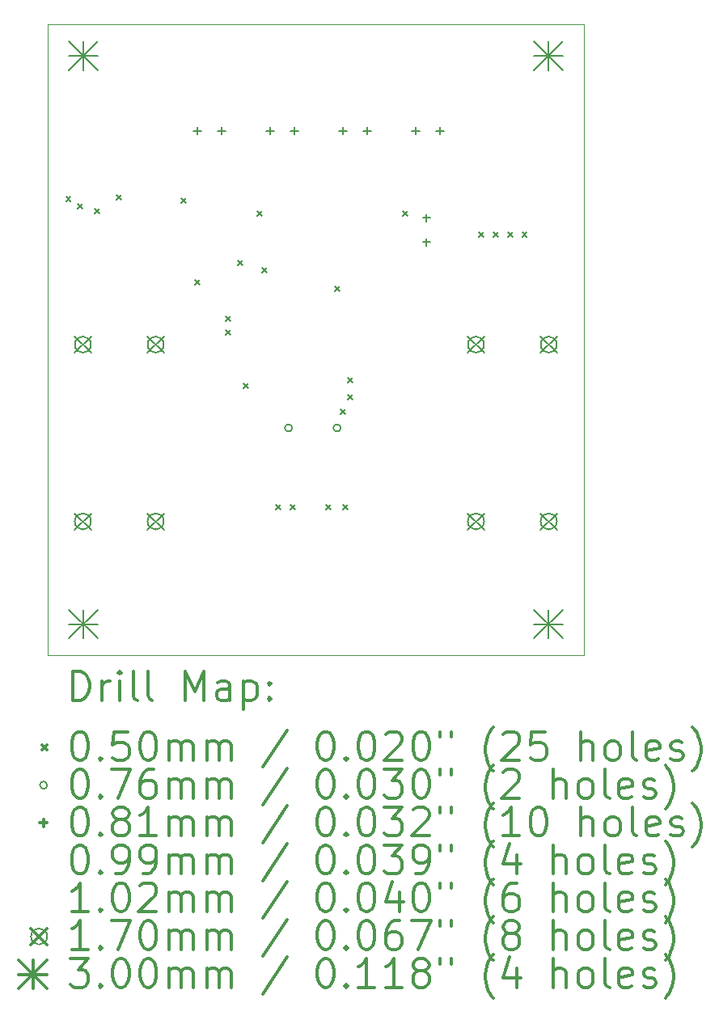
<source format=gbr>
%FSLAX45Y45*%
G04 Gerber Fmt 4.5, Leading zero omitted, Abs format (unit mm)*
G04 Created by KiCad (PCBNEW (2014-09-18 BZR 5141)-product) date Mon 13 Oct 2014 02:33:30 PM EEST*
%MOMM*%
G01*
G04 APERTURE LIST*
%ADD10C,0.127000*%
%ADD11C,0.100000*%
%ADD12C,0.200000*%
%ADD13C,0.300000*%
G04 APERTURE END LIST*
D10*
D11*
X8909000Y-6700000D02*
X8909000Y-13300000D01*
X14522500Y-6700000D02*
X8909000Y-6700000D01*
X14522500Y-13300000D02*
X14522500Y-6700000D01*
X8909000Y-13300000D02*
X14522500Y-13300000D01*
D12*
X9100000Y-8500000D02*
X9150000Y-8550000D01*
X9150000Y-8500000D02*
X9100000Y-8550000D01*
X9225000Y-8575000D02*
X9275000Y-8625000D01*
X9275000Y-8575000D02*
X9225000Y-8625000D01*
X9400000Y-8625000D02*
X9450000Y-8675000D01*
X9450000Y-8625000D02*
X9400000Y-8675000D01*
X9627000Y-8484000D02*
X9677000Y-8534000D01*
X9677000Y-8484000D02*
X9627000Y-8534000D01*
X10304042Y-8520958D02*
X10354042Y-8570958D01*
X10354042Y-8520958D02*
X10304042Y-8570958D01*
X10450000Y-9375000D02*
X10500000Y-9425000D01*
X10500000Y-9375000D02*
X10450000Y-9425000D01*
X10775000Y-9750000D02*
X10825000Y-9800000D01*
X10825000Y-9750000D02*
X10775000Y-9800000D01*
X10775000Y-9900000D02*
X10825000Y-9950000D01*
X10825000Y-9900000D02*
X10775000Y-9950000D01*
X10897000Y-9169800D02*
X10947000Y-9219800D01*
X10947000Y-9169800D02*
X10897000Y-9219800D01*
X10960500Y-10452500D02*
X11010500Y-10502500D01*
X11010500Y-10452500D02*
X10960500Y-10502500D01*
X11100000Y-8650000D02*
X11150000Y-8700000D01*
X11150000Y-8650000D02*
X11100000Y-8700000D01*
X11151000Y-9246000D02*
X11201000Y-9296000D01*
X11201000Y-9246000D02*
X11151000Y-9296000D01*
X11300000Y-11725000D02*
X11350000Y-11775000D01*
X11350000Y-11725000D02*
X11300000Y-11775000D01*
X11450000Y-11725000D02*
X11500000Y-11775000D01*
X11500000Y-11725000D02*
X11450000Y-11775000D01*
X11825000Y-11725000D02*
X11875000Y-11775000D01*
X11875000Y-11725000D02*
X11825000Y-11775000D01*
X11913000Y-9436500D02*
X11963000Y-9486500D01*
X11963000Y-9436500D02*
X11913000Y-9486500D01*
X11975000Y-10725000D02*
X12025000Y-10775000D01*
X12025000Y-10725000D02*
X11975000Y-10775000D01*
X12000000Y-11725000D02*
X12050000Y-11775000D01*
X12050000Y-11725000D02*
X12000000Y-11775000D01*
X12050000Y-10400000D02*
X12100000Y-10450000D01*
X12100000Y-10400000D02*
X12050000Y-10450000D01*
X12050000Y-10575000D02*
X12100000Y-10625000D01*
X12100000Y-10575000D02*
X12050000Y-10625000D01*
X12625000Y-8650000D02*
X12675000Y-8700000D01*
X12675000Y-8650000D02*
X12625000Y-8700000D01*
X13425000Y-8875000D02*
X13475000Y-8925000D01*
X13475000Y-8875000D02*
X13425000Y-8925000D01*
X13575000Y-8875000D02*
X13625000Y-8925000D01*
X13625000Y-8875000D02*
X13575000Y-8925000D01*
X13725000Y-8875000D02*
X13775000Y-8925000D01*
X13775000Y-8875000D02*
X13725000Y-8925000D01*
X13875000Y-8875000D02*
X13925000Y-8925000D01*
X13925000Y-8875000D02*
X13875000Y-8925000D01*
X11468100Y-10922000D02*
G75*
G03X11468100Y-10922000I-38100J0D01*
G74*
G01*
X11976100Y-10922000D02*
G75*
G03X11976100Y-10922000I-38100J0D01*
G74*
G01*
X10477500Y-7769860D02*
X10477500Y-7851140D01*
X10436860Y-7810500D02*
X10518140Y-7810500D01*
X10731500Y-7769860D02*
X10731500Y-7851140D01*
X10690860Y-7810500D02*
X10772140Y-7810500D01*
X11239500Y-7769860D02*
X11239500Y-7851140D01*
X11198860Y-7810500D02*
X11280140Y-7810500D01*
X11493500Y-7769860D02*
X11493500Y-7851140D01*
X11452860Y-7810500D02*
X11534140Y-7810500D01*
X12001500Y-7769860D02*
X12001500Y-7851140D01*
X11960860Y-7810500D02*
X12042140Y-7810500D01*
X12255500Y-7769860D02*
X12255500Y-7851140D01*
X12214860Y-7810500D02*
X12296140Y-7810500D01*
X12763500Y-7769860D02*
X12763500Y-7851140D01*
X12722860Y-7810500D02*
X12804140Y-7810500D01*
X12875000Y-8682360D02*
X12875000Y-8763640D01*
X12834360Y-8723000D02*
X12915640Y-8723000D01*
X12875000Y-8936360D02*
X12875000Y-9017640D01*
X12834360Y-8977000D02*
X12915640Y-8977000D01*
X13017500Y-7769860D02*
X13017500Y-7851140D01*
X12976860Y-7810500D02*
X13058140Y-7810500D01*
X9192250Y-9965000D02*
X9362250Y-10135000D01*
X9362250Y-9965000D02*
X9192250Y-10135000D01*
X9362250Y-10050000D02*
G75*
G03X9362250Y-10050000I-85000J0D01*
G74*
G01*
X9192250Y-11815000D02*
X9362250Y-11985000D01*
X9362250Y-11815000D02*
X9192250Y-11985000D01*
X9362250Y-11900000D02*
G75*
G03X9362250Y-11900000I-85000J0D01*
G74*
G01*
X9954250Y-9965000D02*
X10124250Y-10135000D01*
X10124250Y-9965000D02*
X9954250Y-10135000D01*
X10124250Y-10050000D02*
G75*
G03X10124250Y-10050000I-85000J0D01*
G74*
G01*
X9954250Y-11815000D02*
X10124250Y-11985000D01*
X10124250Y-11815000D02*
X9954250Y-11985000D01*
X10124250Y-11900000D02*
G75*
G03X10124250Y-11900000I-85000J0D01*
G74*
G01*
X13307250Y-9965000D02*
X13477250Y-10135000D01*
X13477250Y-9965000D02*
X13307250Y-10135000D01*
X13477250Y-10050000D02*
G75*
G03X13477250Y-10050000I-85000J0D01*
G74*
G01*
X13307250Y-11815000D02*
X13477250Y-11985000D01*
X13477250Y-11815000D02*
X13307250Y-11985000D01*
X13477250Y-11900000D02*
G75*
G03X13477250Y-11900000I-85000J0D01*
G74*
G01*
X14069250Y-9965000D02*
X14239250Y-10135000D01*
X14239250Y-9965000D02*
X14069250Y-10135000D01*
X14239250Y-10050000D02*
G75*
G03X14239250Y-10050000I-85000J0D01*
G74*
G01*
X14069250Y-11815000D02*
X14239250Y-11985000D01*
X14239250Y-11815000D02*
X14069250Y-11985000D01*
X14239250Y-11900000D02*
G75*
G03X14239250Y-11900000I-85000J0D01*
G74*
G01*
X9130000Y-6875000D02*
X9430000Y-7175000D01*
X9430000Y-6875000D02*
X9130000Y-7175000D01*
X9280000Y-6875000D02*
X9280000Y-7175000D01*
X9130000Y-7025000D02*
X9430000Y-7025000D01*
X9130000Y-12825000D02*
X9430000Y-13125000D01*
X9430000Y-12825000D02*
X9130000Y-13125000D01*
X9280000Y-12825000D02*
X9280000Y-13125000D01*
X9130000Y-12975000D02*
X9430000Y-12975000D01*
X14000000Y-6875000D02*
X14300000Y-7175000D01*
X14300000Y-6875000D02*
X14000000Y-7175000D01*
X14150000Y-6875000D02*
X14150000Y-7175000D01*
X14000000Y-7025000D02*
X14300000Y-7025000D01*
X14000000Y-12825000D02*
X14300000Y-13125000D01*
X14300000Y-12825000D02*
X14000000Y-13125000D01*
X14150000Y-12825000D02*
X14150000Y-13125000D01*
X14000000Y-12975000D02*
X14300000Y-12975000D01*
D13*
X9175429Y-13770714D02*
X9175429Y-13470714D01*
X9246857Y-13470714D01*
X9289714Y-13485000D01*
X9318286Y-13513571D01*
X9332571Y-13542143D01*
X9346857Y-13599286D01*
X9346857Y-13642143D01*
X9332571Y-13699286D01*
X9318286Y-13727857D01*
X9289714Y-13756429D01*
X9246857Y-13770714D01*
X9175429Y-13770714D01*
X9475429Y-13770714D02*
X9475429Y-13570714D01*
X9475429Y-13627857D02*
X9489714Y-13599286D01*
X9504000Y-13585000D01*
X9532571Y-13570714D01*
X9561143Y-13570714D01*
X9661143Y-13770714D02*
X9661143Y-13570714D01*
X9661143Y-13470714D02*
X9646857Y-13485000D01*
X9661143Y-13499286D01*
X9675429Y-13485000D01*
X9661143Y-13470714D01*
X9661143Y-13499286D01*
X9846857Y-13770714D02*
X9818286Y-13756429D01*
X9804000Y-13727857D01*
X9804000Y-13470714D01*
X10004000Y-13770714D02*
X9975429Y-13756429D01*
X9961143Y-13727857D01*
X9961143Y-13470714D01*
X10346857Y-13770714D02*
X10346857Y-13470714D01*
X10446857Y-13685000D01*
X10546857Y-13470714D01*
X10546857Y-13770714D01*
X10818286Y-13770714D02*
X10818286Y-13613571D01*
X10804000Y-13585000D01*
X10775429Y-13570714D01*
X10718286Y-13570714D01*
X10689714Y-13585000D01*
X10818286Y-13756429D02*
X10789714Y-13770714D01*
X10718286Y-13770714D01*
X10689714Y-13756429D01*
X10675429Y-13727857D01*
X10675429Y-13699286D01*
X10689714Y-13670714D01*
X10718286Y-13656429D01*
X10789714Y-13656429D01*
X10818286Y-13642143D01*
X10961143Y-13570714D02*
X10961143Y-13870714D01*
X10961143Y-13585000D02*
X10989714Y-13570714D01*
X11046857Y-13570714D01*
X11075429Y-13585000D01*
X11089714Y-13599286D01*
X11104000Y-13627857D01*
X11104000Y-13713571D01*
X11089714Y-13742143D01*
X11075429Y-13756429D01*
X11046857Y-13770714D01*
X10989714Y-13770714D01*
X10961143Y-13756429D01*
X11232571Y-13742143D02*
X11246857Y-13756429D01*
X11232571Y-13770714D01*
X11218286Y-13756429D01*
X11232571Y-13742143D01*
X11232571Y-13770714D01*
X11232571Y-13585000D02*
X11246857Y-13599286D01*
X11232571Y-13613571D01*
X11218286Y-13599286D01*
X11232571Y-13585000D01*
X11232571Y-13613571D01*
X8854000Y-14240000D02*
X8904000Y-14290000D01*
X8904000Y-14240000D02*
X8854000Y-14290000D01*
X9232571Y-14100714D02*
X9261143Y-14100714D01*
X9289714Y-14115000D01*
X9304000Y-14129286D01*
X9318286Y-14157857D01*
X9332571Y-14215000D01*
X9332571Y-14286429D01*
X9318286Y-14343571D01*
X9304000Y-14372143D01*
X9289714Y-14386429D01*
X9261143Y-14400714D01*
X9232571Y-14400714D01*
X9204000Y-14386429D01*
X9189714Y-14372143D01*
X9175429Y-14343571D01*
X9161143Y-14286429D01*
X9161143Y-14215000D01*
X9175429Y-14157857D01*
X9189714Y-14129286D01*
X9204000Y-14115000D01*
X9232571Y-14100714D01*
X9461143Y-14372143D02*
X9475429Y-14386429D01*
X9461143Y-14400714D01*
X9446857Y-14386429D01*
X9461143Y-14372143D01*
X9461143Y-14400714D01*
X9746857Y-14100714D02*
X9604000Y-14100714D01*
X9589714Y-14243571D01*
X9604000Y-14229286D01*
X9632571Y-14215000D01*
X9704000Y-14215000D01*
X9732571Y-14229286D01*
X9746857Y-14243571D01*
X9761143Y-14272143D01*
X9761143Y-14343571D01*
X9746857Y-14372143D01*
X9732571Y-14386429D01*
X9704000Y-14400714D01*
X9632571Y-14400714D01*
X9604000Y-14386429D01*
X9589714Y-14372143D01*
X9946857Y-14100714D02*
X9975429Y-14100714D01*
X10004000Y-14115000D01*
X10018286Y-14129286D01*
X10032571Y-14157857D01*
X10046857Y-14215000D01*
X10046857Y-14286429D01*
X10032571Y-14343571D01*
X10018286Y-14372143D01*
X10004000Y-14386429D01*
X9975429Y-14400714D01*
X9946857Y-14400714D01*
X9918286Y-14386429D01*
X9904000Y-14372143D01*
X9889714Y-14343571D01*
X9875429Y-14286429D01*
X9875429Y-14215000D01*
X9889714Y-14157857D01*
X9904000Y-14129286D01*
X9918286Y-14115000D01*
X9946857Y-14100714D01*
X10175429Y-14400714D02*
X10175429Y-14200714D01*
X10175429Y-14229286D02*
X10189714Y-14215000D01*
X10218286Y-14200714D01*
X10261143Y-14200714D01*
X10289714Y-14215000D01*
X10304000Y-14243571D01*
X10304000Y-14400714D01*
X10304000Y-14243571D02*
X10318286Y-14215000D01*
X10346857Y-14200714D01*
X10389714Y-14200714D01*
X10418286Y-14215000D01*
X10432571Y-14243571D01*
X10432571Y-14400714D01*
X10575429Y-14400714D02*
X10575429Y-14200714D01*
X10575429Y-14229286D02*
X10589714Y-14215000D01*
X10618286Y-14200714D01*
X10661143Y-14200714D01*
X10689714Y-14215000D01*
X10704000Y-14243571D01*
X10704000Y-14400714D01*
X10704000Y-14243571D02*
X10718286Y-14215000D01*
X10746857Y-14200714D01*
X10789714Y-14200714D01*
X10818286Y-14215000D01*
X10832571Y-14243571D01*
X10832571Y-14400714D01*
X11418286Y-14086429D02*
X11161143Y-14472143D01*
X11804000Y-14100714D02*
X11832571Y-14100714D01*
X11861143Y-14115000D01*
X11875428Y-14129286D01*
X11889714Y-14157857D01*
X11904000Y-14215000D01*
X11904000Y-14286429D01*
X11889714Y-14343571D01*
X11875428Y-14372143D01*
X11861143Y-14386429D01*
X11832571Y-14400714D01*
X11804000Y-14400714D01*
X11775428Y-14386429D01*
X11761143Y-14372143D01*
X11746857Y-14343571D01*
X11732571Y-14286429D01*
X11732571Y-14215000D01*
X11746857Y-14157857D01*
X11761143Y-14129286D01*
X11775428Y-14115000D01*
X11804000Y-14100714D01*
X12032571Y-14372143D02*
X12046857Y-14386429D01*
X12032571Y-14400714D01*
X12018286Y-14386429D01*
X12032571Y-14372143D01*
X12032571Y-14400714D01*
X12232571Y-14100714D02*
X12261143Y-14100714D01*
X12289714Y-14115000D01*
X12304000Y-14129286D01*
X12318285Y-14157857D01*
X12332571Y-14215000D01*
X12332571Y-14286429D01*
X12318285Y-14343571D01*
X12304000Y-14372143D01*
X12289714Y-14386429D01*
X12261143Y-14400714D01*
X12232571Y-14400714D01*
X12204000Y-14386429D01*
X12189714Y-14372143D01*
X12175428Y-14343571D01*
X12161143Y-14286429D01*
X12161143Y-14215000D01*
X12175428Y-14157857D01*
X12189714Y-14129286D01*
X12204000Y-14115000D01*
X12232571Y-14100714D01*
X12446857Y-14129286D02*
X12461143Y-14115000D01*
X12489714Y-14100714D01*
X12561143Y-14100714D01*
X12589714Y-14115000D01*
X12604000Y-14129286D01*
X12618285Y-14157857D01*
X12618285Y-14186429D01*
X12604000Y-14229286D01*
X12432571Y-14400714D01*
X12618285Y-14400714D01*
X12804000Y-14100714D02*
X12832571Y-14100714D01*
X12861143Y-14115000D01*
X12875428Y-14129286D01*
X12889714Y-14157857D01*
X12904000Y-14215000D01*
X12904000Y-14286429D01*
X12889714Y-14343571D01*
X12875428Y-14372143D01*
X12861143Y-14386429D01*
X12832571Y-14400714D01*
X12804000Y-14400714D01*
X12775428Y-14386429D01*
X12761143Y-14372143D01*
X12746857Y-14343571D01*
X12732571Y-14286429D01*
X12732571Y-14215000D01*
X12746857Y-14157857D01*
X12761143Y-14129286D01*
X12775428Y-14115000D01*
X12804000Y-14100714D01*
X13018286Y-14100714D02*
X13018286Y-14157857D01*
X13132571Y-14100714D02*
X13132571Y-14157857D01*
X13575428Y-14515000D02*
X13561143Y-14500714D01*
X13532571Y-14457857D01*
X13518285Y-14429286D01*
X13504000Y-14386429D01*
X13489714Y-14315000D01*
X13489714Y-14257857D01*
X13504000Y-14186429D01*
X13518285Y-14143571D01*
X13532571Y-14115000D01*
X13561143Y-14072143D01*
X13575428Y-14057857D01*
X13675428Y-14129286D02*
X13689714Y-14115000D01*
X13718285Y-14100714D01*
X13789714Y-14100714D01*
X13818285Y-14115000D01*
X13832571Y-14129286D01*
X13846857Y-14157857D01*
X13846857Y-14186429D01*
X13832571Y-14229286D01*
X13661143Y-14400714D01*
X13846857Y-14400714D01*
X14118285Y-14100714D02*
X13975428Y-14100714D01*
X13961143Y-14243571D01*
X13975428Y-14229286D01*
X14004000Y-14215000D01*
X14075428Y-14215000D01*
X14104000Y-14229286D01*
X14118285Y-14243571D01*
X14132571Y-14272143D01*
X14132571Y-14343571D01*
X14118285Y-14372143D01*
X14104000Y-14386429D01*
X14075428Y-14400714D01*
X14004000Y-14400714D01*
X13975428Y-14386429D01*
X13961143Y-14372143D01*
X14489714Y-14400714D02*
X14489714Y-14100714D01*
X14618285Y-14400714D02*
X14618285Y-14243571D01*
X14604000Y-14215000D01*
X14575428Y-14200714D01*
X14532571Y-14200714D01*
X14504000Y-14215000D01*
X14489714Y-14229286D01*
X14804000Y-14400714D02*
X14775428Y-14386429D01*
X14761143Y-14372143D01*
X14746857Y-14343571D01*
X14746857Y-14257857D01*
X14761143Y-14229286D01*
X14775428Y-14215000D01*
X14804000Y-14200714D01*
X14846857Y-14200714D01*
X14875428Y-14215000D01*
X14889714Y-14229286D01*
X14904000Y-14257857D01*
X14904000Y-14343571D01*
X14889714Y-14372143D01*
X14875428Y-14386429D01*
X14846857Y-14400714D01*
X14804000Y-14400714D01*
X15075428Y-14400714D02*
X15046857Y-14386429D01*
X15032571Y-14357857D01*
X15032571Y-14100714D01*
X15304000Y-14386429D02*
X15275428Y-14400714D01*
X15218286Y-14400714D01*
X15189714Y-14386429D01*
X15175428Y-14357857D01*
X15175428Y-14243571D01*
X15189714Y-14215000D01*
X15218286Y-14200714D01*
X15275428Y-14200714D01*
X15304000Y-14215000D01*
X15318286Y-14243571D01*
X15318286Y-14272143D01*
X15175428Y-14300714D01*
X15432571Y-14386429D02*
X15461143Y-14400714D01*
X15518286Y-14400714D01*
X15546857Y-14386429D01*
X15561143Y-14357857D01*
X15561143Y-14343571D01*
X15546857Y-14315000D01*
X15518286Y-14300714D01*
X15475428Y-14300714D01*
X15446857Y-14286429D01*
X15432571Y-14257857D01*
X15432571Y-14243571D01*
X15446857Y-14215000D01*
X15475428Y-14200714D01*
X15518286Y-14200714D01*
X15546857Y-14215000D01*
X15661143Y-14515000D02*
X15675428Y-14500714D01*
X15704000Y-14457857D01*
X15718286Y-14429286D01*
X15732571Y-14386429D01*
X15746857Y-14315000D01*
X15746857Y-14257857D01*
X15732571Y-14186429D01*
X15718286Y-14143571D01*
X15704000Y-14115000D01*
X15675428Y-14072143D01*
X15661143Y-14057857D01*
D12*
X8904000Y-14661000D02*
G75*
G03X8904000Y-14661000I-38100J0D01*
G74*
G01*
D13*
X9232571Y-14496714D02*
X9261143Y-14496714D01*
X9289714Y-14511000D01*
X9304000Y-14525286D01*
X9318286Y-14553857D01*
X9332571Y-14611000D01*
X9332571Y-14682429D01*
X9318286Y-14739571D01*
X9304000Y-14768143D01*
X9289714Y-14782429D01*
X9261143Y-14796714D01*
X9232571Y-14796714D01*
X9204000Y-14782429D01*
X9189714Y-14768143D01*
X9175429Y-14739571D01*
X9161143Y-14682429D01*
X9161143Y-14611000D01*
X9175429Y-14553857D01*
X9189714Y-14525286D01*
X9204000Y-14511000D01*
X9232571Y-14496714D01*
X9461143Y-14768143D02*
X9475429Y-14782429D01*
X9461143Y-14796714D01*
X9446857Y-14782429D01*
X9461143Y-14768143D01*
X9461143Y-14796714D01*
X9575428Y-14496714D02*
X9775428Y-14496714D01*
X9646857Y-14796714D01*
X10018286Y-14496714D02*
X9961143Y-14496714D01*
X9932571Y-14511000D01*
X9918286Y-14525286D01*
X9889714Y-14568143D01*
X9875429Y-14625286D01*
X9875429Y-14739571D01*
X9889714Y-14768143D01*
X9904000Y-14782429D01*
X9932571Y-14796714D01*
X9989714Y-14796714D01*
X10018286Y-14782429D01*
X10032571Y-14768143D01*
X10046857Y-14739571D01*
X10046857Y-14668143D01*
X10032571Y-14639571D01*
X10018286Y-14625286D01*
X9989714Y-14611000D01*
X9932571Y-14611000D01*
X9904000Y-14625286D01*
X9889714Y-14639571D01*
X9875429Y-14668143D01*
X10175429Y-14796714D02*
X10175429Y-14596714D01*
X10175429Y-14625286D02*
X10189714Y-14611000D01*
X10218286Y-14596714D01*
X10261143Y-14596714D01*
X10289714Y-14611000D01*
X10304000Y-14639571D01*
X10304000Y-14796714D01*
X10304000Y-14639571D02*
X10318286Y-14611000D01*
X10346857Y-14596714D01*
X10389714Y-14596714D01*
X10418286Y-14611000D01*
X10432571Y-14639571D01*
X10432571Y-14796714D01*
X10575429Y-14796714D02*
X10575429Y-14596714D01*
X10575429Y-14625286D02*
X10589714Y-14611000D01*
X10618286Y-14596714D01*
X10661143Y-14596714D01*
X10689714Y-14611000D01*
X10704000Y-14639571D01*
X10704000Y-14796714D01*
X10704000Y-14639571D02*
X10718286Y-14611000D01*
X10746857Y-14596714D01*
X10789714Y-14596714D01*
X10818286Y-14611000D01*
X10832571Y-14639571D01*
X10832571Y-14796714D01*
X11418286Y-14482429D02*
X11161143Y-14868143D01*
X11804000Y-14496714D02*
X11832571Y-14496714D01*
X11861143Y-14511000D01*
X11875428Y-14525286D01*
X11889714Y-14553857D01*
X11904000Y-14611000D01*
X11904000Y-14682429D01*
X11889714Y-14739571D01*
X11875428Y-14768143D01*
X11861143Y-14782429D01*
X11832571Y-14796714D01*
X11804000Y-14796714D01*
X11775428Y-14782429D01*
X11761143Y-14768143D01*
X11746857Y-14739571D01*
X11732571Y-14682429D01*
X11732571Y-14611000D01*
X11746857Y-14553857D01*
X11761143Y-14525286D01*
X11775428Y-14511000D01*
X11804000Y-14496714D01*
X12032571Y-14768143D02*
X12046857Y-14782429D01*
X12032571Y-14796714D01*
X12018286Y-14782429D01*
X12032571Y-14768143D01*
X12032571Y-14796714D01*
X12232571Y-14496714D02*
X12261143Y-14496714D01*
X12289714Y-14511000D01*
X12304000Y-14525286D01*
X12318285Y-14553857D01*
X12332571Y-14611000D01*
X12332571Y-14682429D01*
X12318285Y-14739571D01*
X12304000Y-14768143D01*
X12289714Y-14782429D01*
X12261143Y-14796714D01*
X12232571Y-14796714D01*
X12204000Y-14782429D01*
X12189714Y-14768143D01*
X12175428Y-14739571D01*
X12161143Y-14682429D01*
X12161143Y-14611000D01*
X12175428Y-14553857D01*
X12189714Y-14525286D01*
X12204000Y-14511000D01*
X12232571Y-14496714D01*
X12432571Y-14496714D02*
X12618285Y-14496714D01*
X12518285Y-14611000D01*
X12561143Y-14611000D01*
X12589714Y-14625286D01*
X12604000Y-14639571D01*
X12618285Y-14668143D01*
X12618285Y-14739571D01*
X12604000Y-14768143D01*
X12589714Y-14782429D01*
X12561143Y-14796714D01*
X12475428Y-14796714D01*
X12446857Y-14782429D01*
X12432571Y-14768143D01*
X12804000Y-14496714D02*
X12832571Y-14496714D01*
X12861143Y-14511000D01*
X12875428Y-14525286D01*
X12889714Y-14553857D01*
X12904000Y-14611000D01*
X12904000Y-14682429D01*
X12889714Y-14739571D01*
X12875428Y-14768143D01*
X12861143Y-14782429D01*
X12832571Y-14796714D01*
X12804000Y-14796714D01*
X12775428Y-14782429D01*
X12761143Y-14768143D01*
X12746857Y-14739571D01*
X12732571Y-14682429D01*
X12732571Y-14611000D01*
X12746857Y-14553857D01*
X12761143Y-14525286D01*
X12775428Y-14511000D01*
X12804000Y-14496714D01*
X13018286Y-14496714D02*
X13018286Y-14553857D01*
X13132571Y-14496714D02*
X13132571Y-14553857D01*
X13575428Y-14911000D02*
X13561143Y-14896714D01*
X13532571Y-14853857D01*
X13518285Y-14825286D01*
X13504000Y-14782429D01*
X13489714Y-14711000D01*
X13489714Y-14653857D01*
X13504000Y-14582429D01*
X13518285Y-14539571D01*
X13532571Y-14511000D01*
X13561143Y-14468143D01*
X13575428Y-14453857D01*
X13675428Y-14525286D02*
X13689714Y-14511000D01*
X13718285Y-14496714D01*
X13789714Y-14496714D01*
X13818285Y-14511000D01*
X13832571Y-14525286D01*
X13846857Y-14553857D01*
X13846857Y-14582429D01*
X13832571Y-14625286D01*
X13661143Y-14796714D01*
X13846857Y-14796714D01*
X14204000Y-14796714D02*
X14204000Y-14496714D01*
X14332571Y-14796714D02*
X14332571Y-14639571D01*
X14318285Y-14611000D01*
X14289714Y-14596714D01*
X14246857Y-14596714D01*
X14218285Y-14611000D01*
X14204000Y-14625286D01*
X14518285Y-14796714D02*
X14489714Y-14782429D01*
X14475428Y-14768143D01*
X14461143Y-14739571D01*
X14461143Y-14653857D01*
X14475428Y-14625286D01*
X14489714Y-14611000D01*
X14518285Y-14596714D01*
X14561143Y-14596714D01*
X14589714Y-14611000D01*
X14604000Y-14625286D01*
X14618285Y-14653857D01*
X14618285Y-14739571D01*
X14604000Y-14768143D01*
X14589714Y-14782429D01*
X14561143Y-14796714D01*
X14518285Y-14796714D01*
X14789714Y-14796714D02*
X14761143Y-14782429D01*
X14746857Y-14753857D01*
X14746857Y-14496714D01*
X15018286Y-14782429D02*
X14989714Y-14796714D01*
X14932571Y-14796714D01*
X14904000Y-14782429D01*
X14889714Y-14753857D01*
X14889714Y-14639571D01*
X14904000Y-14611000D01*
X14932571Y-14596714D01*
X14989714Y-14596714D01*
X15018286Y-14611000D01*
X15032571Y-14639571D01*
X15032571Y-14668143D01*
X14889714Y-14696714D01*
X15146857Y-14782429D02*
X15175428Y-14796714D01*
X15232571Y-14796714D01*
X15261143Y-14782429D01*
X15275428Y-14753857D01*
X15275428Y-14739571D01*
X15261143Y-14711000D01*
X15232571Y-14696714D01*
X15189714Y-14696714D01*
X15161143Y-14682429D01*
X15146857Y-14653857D01*
X15146857Y-14639571D01*
X15161143Y-14611000D01*
X15189714Y-14596714D01*
X15232571Y-14596714D01*
X15261143Y-14611000D01*
X15375428Y-14911000D02*
X15389714Y-14896714D01*
X15418286Y-14853857D01*
X15432571Y-14825286D01*
X15446857Y-14782429D01*
X15461143Y-14711000D01*
X15461143Y-14653857D01*
X15446857Y-14582429D01*
X15432571Y-14539571D01*
X15418286Y-14511000D01*
X15389714Y-14468143D01*
X15375428Y-14453857D01*
X8863360Y-15016360D02*
X8863360Y-15097640D01*
X8822720Y-15057000D02*
X8904000Y-15057000D01*
X9232571Y-14892714D02*
X9261143Y-14892714D01*
X9289714Y-14907000D01*
X9304000Y-14921286D01*
X9318286Y-14949857D01*
X9332571Y-15007000D01*
X9332571Y-15078429D01*
X9318286Y-15135571D01*
X9304000Y-15164143D01*
X9289714Y-15178429D01*
X9261143Y-15192714D01*
X9232571Y-15192714D01*
X9204000Y-15178429D01*
X9189714Y-15164143D01*
X9175429Y-15135571D01*
X9161143Y-15078429D01*
X9161143Y-15007000D01*
X9175429Y-14949857D01*
X9189714Y-14921286D01*
X9204000Y-14907000D01*
X9232571Y-14892714D01*
X9461143Y-15164143D02*
X9475429Y-15178429D01*
X9461143Y-15192714D01*
X9446857Y-15178429D01*
X9461143Y-15164143D01*
X9461143Y-15192714D01*
X9646857Y-15021286D02*
X9618286Y-15007000D01*
X9604000Y-14992714D01*
X9589714Y-14964143D01*
X9589714Y-14949857D01*
X9604000Y-14921286D01*
X9618286Y-14907000D01*
X9646857Y-14892714D01*
X9704000Y-14892714D01*
X9732571Y-14907000D01*
X9746857Y-14921286D01*
X9761143Y-14949857D01*
X9761143Y-14964143D01*
X9746857Y-14992714D01*
X9732571Y-15007000D01*
X9704000Y-15021286D01*
X9646857Y-15021286D01*
X9618286Y-15035571D01*
X9604000Y-15049857D01*
X9589714Y-15078429D01*
X9589714Y-15135571D01*
X9604000Y-15164143D01*
X9618286Y-15178429D01*
X9646857Y-15192714D01*
X9704000Y-15192714D01*
X9732571Y-15178429D01*
X9746857Y-15164143D01*
X9761143Y-15135571D01*
X9761143Y-15078429D01*
X9746857Y-15049857D01*
X9732571Y-15035571D01*
X9704000Y-15021286D01*
X10046857Y-15192714D02*
X9875429Y-15192714D01*
X9961143Y-15192714D02*
X9961143Y-14892714D01*
X9932571Y-14935571D01*
X9904000Y-14964143D01*
X9875429Y-14978429D01*
X10175429Y-15192714D02*
X10175429Y-14992714D01*
X10175429Y-15021286D02*
X10189714Y-15007000D01*
X10218286Y-14992714D01*
X10261143Y-14992714D01*
X10289714Y-15007000D01*
X10304000Y-15035571D01*
X10304000Y-15192714D01*
X10304000Y-15035571D02*
X10318286Y-15007000D01*
X10346857Y-14992714D01*
X10389714Y-14992714D01*
X10418286Y-15007000D01*
X10432571Y-15035571D01*
X10432571Y-15192714D01*
X10575429Y-15192714D02*
X10575429Y-14992714D01*
X10575429Y-15021286D02*
X10589714Y-15007000D01*
X10618286Y-14992714D01*
X10661143Y-14992714D01*
X10689714Y-15007000D01*
X10704000Y-15035571D01*
X10704000Y-15192714D01*
X10704000Y-15035571D02*
X10718286Y-15007000D01*
X10746857Y-14992714D01*
X10789714Y-14992714D01*
X10818286Y-15007000D01*
X10832571Y-15035571D01*
X10832571Y-15192714D01*
X11418286Y-14878429D02*
X11161143Y-15264143D01*
X11804000Y-14892714D02*
X11832571Y-14892714D01*
X11861143Y-14907000D01*
X11875428Y-14921286D01*
X11889714Y-14949857D01*
X11904000Y-15007000D01*
X11904000Y-15078429D01*
X11889714Y-15135571D01*
X11875428Y-15164143D01*
X11861143Y-15178429D01*
X11832571Y-15192714D01*
X11804000Y-15192714D01*
X11775428Y-15178429D01*
X11761143Y-15164143D01*
X11746857Y-15135571D01*
X11732571Y-15078429D01*
X11732571Y-15007000D01*
X11746857Y-14949857D01*
X11761143Y-14921286D01*
X11775428Y-14907000D01*
X11804000Y-14892714D01*
X12032571Y-15164143D02*
X12046857Y-15178429D01*
X12032571Y-15192714D01*
X12018286Y-15178429D01*
X12032571Y-15164143D01*
X12032571Y-15192714D01*
X12232571Y-14892714D02*
X12261143Y-14892714D01*
X12289714Y-14907000D01*
X12304000Y-14921286D01*
X12318285Y-14949857D01*
X12332571Y-15007000D01*
X12332571Y-15078429D01*
X12318285Y-15135571D01*
X12304000Y-15164143D01*
X12289714Y-15178429D01*
X12261143Y-15192714D01*
X12232571Y-15192714D01*
X12204000Y-15178429D01*
X12189714Y-15164143D01*
X12175428Y-15135571D01*
X12161143Y-15078429D01*
X12161143Y-15007000D01*
X12175428Y-14949857D01*
X12189714Y-14921286D01*
X12204000Y-14907000D01*
X12232571Y-14892714D01*
X12432571Y-14892714D02*
X12618285Y-14892714D01*
X12518285Y-15007000D01*
X12561143Y-15007000D01*
X12589714Y-15021286D01*
X12604000Y-15035571D01*
X12618285Y-15064143D01*
X12618285Y-15135571D01*
X12604000Y-15164143D01*
X12589714Y-15178429D01*
X12561143Y-15192714D01*
X12475428Y-15192714D01*
X12446857Y-15178429D01*
X12432571Y-15164143D01*
X12732571Y-14921286D02*
X12746857Y-14907000D01*
X12775428Y-14892714D01*
X12846857Y-14892714D01*
X12875428Y-14907000D01*
X12889714Y-14921286D01*
X12904000Y-14949857D01*
X12904000Y-14978429D01*
X12889714Y-15021286D01*
X12718285Y-15192714D01*
X12904000Y-15192714D01*
X13018286Y-14892714D02*
X13018286Y-14949857D01*
X13132571Y-14892714D02*
X13132571Y-14949857D01*
X13575428Y-15307000D02*
X13561143Y-15292714D01*
X13532571Y-15249857D01*
X13518285Y-15221286D01*
X13504000Y-15178429D01*
X13489714Y-15107000D01*
X13489714Y-15049857D01*
X13504000Y-14978429D01*
X13518285Y-14935571D01*
X13532571Y-14907000D01*
X13561143Y-14864143D01*
X13575428Y-14849857D01*
X13846857Y-15192714D02*
X13675428Y-15192714D01*
X13761143Y-15192714D02*
X13761143Y-14892714D01*
X13732571Y-14935571D01*
X13704000Y-14964143D01*
X13675428Y-14978429D01*
X14032571Y-14892714D02*
X14061143Y-14892714D01*
X14089714Y-14907000D01*
X14104000Y-14921286D01*
X14118285Y-14949857D01*
X14132571Y-15007000D01*
X14132571Y-15078429D01*
X14118285Y-15135571D01*
X14104000Y-15164143D01*
X14089714Y-15178429D01*
X14061143Y-15192714D01*
X14032571Y-15192714D01*
X14004000Y-15178429D01*
X13989714Y-15164143D01*
X13975428Y-15135571D01*
X13961143Y-15078429D01*
X13961143Y-15007000D01*
X13975428Y-14949857D01*
X13989714Y-14921286D01*
X14004000Y-14907000D01*
X14032571Y-14892714D01*
X14489714Y-15192714D02*
X14489714Y-14892714D01*
X14618285Y-15192714D02*
X14618285Y-15035571D01*
X14604000Y-15007000D01*
X14575428Y-14992714D01*
X14532571Y-14992714D01*
X14504000Y-15007000D01*
X14489714Y-15021286D01*
X14804000Y-15192714D02*
X14775428Y-15178429D01*
X14761143Y-15164143D01*
X14746857Y-15135571D01*
X14746857Y-15049857D01*
X14761143Y-15021286D01*
X14775428Y-15007000D01*
X14804000Y-14992714D01*
X14846857Y-14992714D01*
X14875428Y-15007000D01*
X14889714Y-15021286D01*
X14904000Y-15049857D01*
X14904000Y-15135571D01*
X14889714Y-15164143D01*
X14875428Y-15178429D01*
X14846857Y-15192714D01*
X14804000Y-15192714D01*
X15075428Y-15192714D02*
X15046857Y-15178429D01*
X15032571Y-15149857D01*
X15032571Y-14892714D01*
X15304000Y-15178429D02*
X15275428Y-15192714D01*
X15218286Y-15192714D01*
X15189714Y-15178429D01*
X15175428Y-15149857D01*
X15175428Y-15035571D01*
X15189714Y-15007000D01*
X15218286Y-14992714D01*
X15275428Y-14992714D01*
X15304000Y-15007000D01*
X15318286Y-15035571D01*
X15318286Y-15064143D01*
X15175428Y-15092714D01*
X15432571Y-15178429D02*
X15461143Y-15192714D01*
X15518286Y-15192714D01*
X15546857Y-15178429D01*
X15561143Y-15149857D01*
X15561143Y-15135571D01*
X15546857Y-15107000D01*
X15518286Y-15092714D01*
X15475428Y-15092714D01*
X15446857Y-15078429D01*
X15432571Y-15049857D01*
X15432571Y-15035571D01*
X15446857Y-15007000D01*
X15475428Y-14992714D01*
X15518286Y-14992714D01*
X15546857Y-15007000D01*
X15661143Y-15307000D02*
X15675428Y-15292714D01*
X15704000Y-15249857D01*
X15718286Y-15221286D01*
X15732571Y-15178429D01*
X15746857Y-15107000D01*
X15746857Y-15049857D01*
X15732571Y-14978429D01*
X15718286Y-14935571D01*
X15704000Y-14907000D01*
X15675428Y-14864143D01*
X15661143Y-14849857D01*
D12*
D13*
X9232571Y-15288714D02*
X9261143Y-15288714D01*
X9289714Y-15303000D01*
X9304000Y-15317286D01*
X9318286Y-15345857D01*
X9332571Y-15403000D01*
X9332571Y-15474429D01*
X9318286Y-15531571D01*
X9304000Y-15560143D01*
X9289714Y-15574429D01*
X9261143Y-15588714D01*
X9232571Y-15588714D01*
X9204000Y-15574429D01*
X9189714Y-15560143D01*
X9175429Y-15531571D01*
X9161143Y-15474429D01*
X9161143Y-15403000D01*
X9175429Y-15345857D01*
X9189714Y-15317286D01*
X9204000Y-15303000D01*
X9232571Y-15288714D01*
X9461143Y-15560143D02*
X9475429Y-15574429D01*
X9461143Y-15588714D01*
X9446857Y-15574429D01*
X9461143Y-15560143D01*
X9461143Y-15588714D01*
X9618286Y-15588714D02*
X9675428Y-15588714D01*
X9704000Y-15574429D01*
X9718286Y-15560143D01*
X9746857Y-15517286D01*
X9761143Y-15460143D01*
X9761143Y-15345857D01*
X9746857Y-15317286D01*
X9732571Y-15303000D01*
X9704000Y-15288714D01*
X9646857Y-15288714D01*
X9618286Y-15303000D01*
X9604000Y-15317286D01*
X9589714Y-15345857D01*
X9589714Y-15417286D01*
X9604000Y-15445857D01*
X9618286Y-15460143D01*
X9646857Y-15474429D01*
X9704000Y-15474429D01*
X9732571Y-15460143D01*
X9746857Y-15445857D01*
X9761143Y-15417286D01*
X9904000Y-15588714D02*
X9961143Y-15588714D01*
X9989714Y-15574429D01*
X10004000Y-15560143D01*
X10032571Y-15517286D01*
X10046857Y-15460143D01*
X10046857Y-15345857D01*
X10032571Y-15317286D01*
X10018286Y-15303000D01*
X9989714Y-15288714D01*
X9932571Y-15288714D01*
X9904000Y-15303000D01*
X9889714Y-15317286D01*
X9875429Y-15345857D01*
X9875429Y-15417286D01*
X9889714Y-15445857D01*
X9904000Y-15460143D01*
X9932571Y-15474429D01*
X9989714Y-15474429D01*
X10018286Y-15460143D01*
X10032571Y-15445857D01*
X10046857Y-15417286D01*
X10175429Y-15588714D02*
X10175429Y-15388714D01*
X10175429Y-15417286D02*
X10189714Y-15403000D01*
X10218286Y-15388714D01*
X10261143Y-15388714D01*
X10289714Y-15403000D01*
X10304000Y-15431571D01*
X10304000Y-15588714D01*
X10304000Y-15431571D02*
X10318286Y-15403000D01*
X10346857Y-15388714D01*
X10389714Y-15388714D01*
X10418286Y-15403000D01*
X10432571Y-15431571D01*
X10432571Y-15588714D01*
X10575429Y-15588714D02*
X10575429Y-15388714D01*
X10575429Y-15417286D02*
X10589714Y-15403000D01*
X10618286Y-15388714D01*
X10661143Y-15388714D01*
X10689714Y-15403000D01*
X10704000Y-15431571D01*
X10704000Y-15588714D01*
X10704000Y-15431571D02*
X10718286Y-15403000D01*
X10746857Y-15388714D01*
X10789714Y-15388714D01*
X10818286Y-15403000D01*
X10832571Y-15431571D01*
X10832571Y-15588714D01*
X11418286Y-15274429D02*
X11161143Y-15660143D01*
X11804000Y-15288714D02*
X11832571Y-15288714D01*
X11861143Y-15303000D01*
X11875428Y-15317286D01*
X11889714Y-15345857D01*
X11904000Y-15403000D01*
X11904000Y-15474429D01*
X11889714Y-15531571D01*
X11875428Y-15560143D01*
X11861143Y-15574429D01*
X11832571Y-15588714D01*
X11804000Y-15588714D01*
X11775428Y-15574429D01*
X11761143Y-15560143D01*
X11746857Y-15531571D01*
X11732571Y-15474429D01*
X11732571Y-15403000D01*
X11746857Y-15345857D01*
X11761143Y-15317286D01*
X11775428Y-15303000D01*
X11804000Y-15288714D01*
X12032571Y-15560143D02*
X12046857Y-15574429D01*
X12032571Y-15588714D01*
X12018286Y-15574429D01*
X12032571Y-15560143D01*
X12032571Y-15588714D01*
X12232571Y-15288714D02*
X12261143Y-15288714D01*
X12289714Y-15303000D01*
X12304000Y-15317286D01*
X12318285Y-15345857D01*
X12332571Y-15403000D01*
X12332571Y-15474429D01*
X12318285Y-15531571D01*
X12304000Y-15560143D01*
X12289714Y-15574429D01*
X12261143Y-15588714D01*
X12232571Y-15588714D01*
X12204000Y-15574429D01*
X12189714Y-15560143D01*
X12175428Y-15531571D01*
X12161143Y-15474429D01*
X12161143Y-15403000D01*
X12175428Y-15345857D01*
X12189714Y-15317286D01*
X12204000Y-15303000D01*
X12232571Y-15288714D01*
X12432571Y-15288714D02*
X12618285Y-15288714D01*
X12518285Y-15403000D01*
X12561143Y-15403000D01*
X12589714Y-15417286D01*
X12604000Y-15431571D01*
X12618285Y-15460143D01*
X12618285Y-15531571D01*
X12604000Y-15560143D01*
X12589714Y-15574429D01*
X12561143Y-15588714D01*
X12475428Y-15588714D01*
X12446857Y-15574429D01*
X12432571Y-15560143D01*
X12761143Y-15588714D02*
X12818285Y-15588714D01*
X12846857Y-15574429D01*
X12861143Y-15560143D01*
X12889714Y-15517286D01*
X12904000Y-15460143D01*
X12904000Y-15345857D01*
X12889714Y-15317286D01*
X12875428Y-15303000D01*
X12846857Y-15288714D01*
X12789714Y-15288714D01*
X12761143Y-15303000D01*
X12746857Y-15317286D01*
X12732571Y-15345857D01*
X12732571Y-15417286D01*
X12746857Y-15445857D01*
X12761143Y-15460143D01*
X12789714Y-15474429D01*
X12846857Y-15474429D01*
X12875428Y-15460143D01*
X12889714Y-15445857D01*
X12904000Y-15417286D01*
X13018286Y-15288714D02*
X13018286Y-15345857D01*
X13132571Y-15288714D02*
X13132571Y-15345857D01*
X13575428Y-15703000D02*
X13561143Y-15688714D01*
X13532571Y-15645857D01*
X13518285Y-15617286D01*
X13504000Y-15574429D01*
X13489714Y-15503000D01*
X13489714Y-15445857D01*
X13504000Y-15374429D01*
X13518285Y-15331571D01*
X13532571Y-15303000D01*
X13561143Y-15260143D01*
X13575428Y-15245857D01*
X13818285Y-15388714D02*
X13818285Y-15588714D01*
X13746857Y-15274429D02*
X13675428Y-15488714D01*
X13861143Y-15488714D01*
X14204000Y-15588714D02*
X14204000Y-15288714D01*
X14332571Y-15588714D02*
X14332571Y-15431571D01*
X14318285Y-15403000D01*
X14289714Y-15388714D01*
X14246857Y-15388714D01*
X14218285Y-15403000D01*
X14204000Y-15417286D01*
X14518285Y-15588714D02*
X14489714Y-15574429D01*
X14475428Y-15560143D01*
X14461143Y-15531571D01*
X14461143Y-15445857D01*
X14475428Y-15417286D01*
X14489714Y-15403000D01*
X14518285Y-15388714D01*
X14561143Y-15388714D01*
X14589714Y-15403000D01*
X14604000Y-15417286D01*
X14618285Y-15445857D01*
X14618285Y-15531571D01*
X14604000Y-15560143D01*
X14589714Y-15574429D01*
X14561143Y-15588714D01*
X14518285Y-15588714D01*
X14789714Y-15588714D02*
X14761143Y-15574429D01*
X14746857Y-15545857D01*
X14746857Y-15288714D01*
X15018286Y-15574429D02*
X14989714Y-15588714D01*
X14932571Y-15588714D01*
X14904000Y-15574429D01*
X14889714Y-15545857D01*
X14889714Y-15431571D01*
X14904000Y-15403000D01*
X14932571Y-15388714D01*
X14989714Y-15388714D01*
X15018286Y-15403000D01*
X15032571Y-15431571D01*
X15032571Y-15460143D01*
X14889714Y-15488714D01*
X15146857Y-15574429D02*
X15175428Y-15588714D01*
X15232571Y-15588714D01*
X15261143Y-15574429D01*
X15275428Y-15545857D01*
X15275428Y-15531571D01*
X15261143Y-15503000D01*
X15232571Y-15488714D01*
X15189714Y-15488714D01*
X15161143Y-15474429D01*
X15146857Y-15445857D01*
X15146857Y-15431571D01*
X15161143Y-15403000D01*
X15189714Y-15388714D01*
X15232571Y-15388714D01*
X15261143Y-15403000D01*
X15375428Y-15703000D02*
X15389714Y-15688714D01*
X15418286Y-15645857D01*
X15432571Y-15617286D01*
X15446857Y-15574429D01*
X15461143Y-15503000D01*
X15461143Y-15445857D01*
X15446857Y-15374429D01*
X15432571Y-15331571D01*
X15418286Y-15303000D01*
X15389714Y-15260143D01*
X15375428Y-15245857D01*
D12*
D13*
X9332571Y-15984714D02*
X9161143Y-15984714D01*
X9246857Y-15984714D02*
X9246857Y-15684714D01*
X9218286Y-15727571D01*
X9189714Y-15756143D01*
X9161143Y-15770429D01*
X9461143Y-15956143D02*
X9475429Y-15970429D01*
X9461143Y-15984714D01*
X9446857Y-15970429D01*
X9461143Y-15956143D01*
X9461143Y-15984714D01*
X9661143Y-15684714D02*
X9689714Y-15684714D01*
X9718286Y-15699000D01*
X9732571Y-15713286D01*
X9746857Y-15741857D01*
X9761143Y-15799000D01*
X9761143Y-15870429D01*
X9746857Y-15927571D01*
X9732571Y-15956143D01*
X9718286Y-15970429D01*
X9689714Y-15984714D01*
X9661143Y-15984714D01*
X9632571Y-15970429D01*
X9618286Y-15956143D01*
X9604000Y-15927571D01*
X9589714Y-15870429D01*
X9589714Y-15799000D01*
X9604000Y-15741857D01*
X9618286Y-15713286D01*
X9632571Y-15699000D01*
X9661143Y-15684714D01*
X9875429Y-15713286D02*
X9889714Y-15699000D01*
X9918286Y-15684714D01*
X9989714Y-15684714D01*
X10018286Y-15699000D01*
X10032571Y-15713286D01*
X10046857Y-15741857D01*
X10046857Y-15770429D01*
X10032571Y-15813286D01*
X9861143Y-15984714D01*
X10046857Y-15984714D01*
X10175429Y-15984714D02*
X10175429Y-15784714D01*
X10175429Y-15813286D02*
X10189714Y-15799000D01*
X10218286Y-15784714D01*
X10261143Y-15784714D01*
X10289714Y-15799000D01*
X10304000Y-15827571D01*
X10304000Y-15984714D01*
X10304000Y-15827571D02*
X10318286Y-15799000D01*
X10346857Y-15784714D01*
X10389714Y-15784714D01*
X10418286Y-15799000D01*
X10432571Y-15827571D01*
X10432571Y-15984714D01*
X10575429Y-15984714D02*
X10575429Y-15784714D01*
X10575429Y-15813286D02*
X10589714Y-15799000D01*
X10618286Y-15784714D01*
X10661143Y-15784714D01*
X10689714Y-15799000D01*
X10704000Y-15827571D01*
X10704000Y-15984714D01*
X10704000Y-15827571D02*
X10718286Y-15799000D01*
X10746857Y-15784714D01*
X10789714Y-15784714D01*
X10818286Y-15799000D01*
X10832571Y-15827571D01*
X10832571Y-15984714D01*
X11418286Y-15670429D02*
X11161143Y-16056143D01*
X11804000Y-15684714D02*
X11832571Y-15684714D01*
X11861143Y-15699000D01*
X11875428Y-15713286D01*
X11889714Y-15741857D01*
X11904000Y-15799000D01*
X11904000Y-15870429D01*
X11889714Y-15927571D01*
X11875428Y-15956143D01*
X11861143Y-15970429D01*
X11832571Y-15984714D01*
X11804000Y-15984714D01*
X11775428Y-15970429D01*
X11761143Y-15956143D01*
X11746857Y-15927571D01*
X11732571Y-15870429D01*
X11732571Y-15799000D01*
X11746857Y-15741857D01*
X11761143Y-15713286D01*
X11775428Y-15699000D01*
X11804000Y-15684714D01*
X12032571Y-15956143D02*
X12046857Y-15970429D01*
X12032571Y-15984714D01*
X12018286Y-15970429D01*
X12032571Y-15956143D01*
X12032571Y-15984714D01*
X12232571Y-15684714D02*
X12261143Y-15684714D01*
X12289714Y-15699000D01*
X12304000Y-15713286D01*
X12318285Y-15741857D01*
X12332571Y-15799000D01*
X12332571Y-15870429D01*
X12318285Y-15927571D01*
X12304000Y-15956143D01*
X12289714Y-15970429D01*
X12261143Y-15984714D01*
X12232571Y-15984714D01*
X12204000Y-15970429D01*
X12189714Y-15956143D01*
X12175428Y-15927571D01*
X12161143Y-15870429D01*
X12161143Y-15799000D01*
X12175428Y-15741857D01*
X12189714Y-15713286D01*
X12204000Y-15699000D01*
X12232571Y-15684714D01*
X12589714Y-15784714D02*
X12589714Y-15984714D01*
X12518285Y-15670429D02*
X12446857Y-15884714D01*
X12632571Y-15884714D01*
X12804000Y-15684714D02*
X12832571Y-15684714D01*
X12861143Y-15699000D01*
X12875428Y-15713286D01*
X12889714Y-15741857D01*
X12904000Y-15799000D01*
X12904000Y-15870429D01*
X12889714Y-15927571D01*
X12875428Y-15956143D01*
X12861143Y-15970429D01*
X12832571Y-15984714D01*
X12804000Y-15984714D01*
X12775428Y-15970429D01*
X12761143Y-15956143D01*
X12746857Y-15927571D01*
X12732571Y-15870429D01*
X12732571Y-15799000D01*
X12746857Y-15741857D01*
X12761143Y-15713286D01*
X12775428Y-15699000D01*
X12804000Y-15684714D01*
X13018286Y-15684714D02*
X13018286Y-15741857D01*
X13132571Y-15684714D02*
X13132571Y-15741857D01*
X13575428Y-16099000D02*
X13561143Y-16084714D01*
X13532571Y-16041857D01*
X13518285Y-16013286D01*
X13504000Y-15970429D01*
X13489714Y-15899000D01*
X13489714Y-15841857D01*
X13504000Y-15770429D01*
X13518285Y-15727571D01*
X13532571Y-15699000D01*
X13561143Y-15656143D01*
X13575428Y-15641857D01*
X13818285Y-15684714D02*
X13761143Y-15684714D01*
X13732571Y-15699000D01*
X13718285Y-15713286D01*
X13689714Y-15756143D01*
X13675428Y-15813286D01*
X13675428Y-15927571D01*
X13689714Y-15956143D01*
X13704000Y-15970429D01*
X13732571Y-15984714D01*
X13789714Y-15984714D01*
X13818285Y-15970429D01*
X13832571Y-15956143D01*
X13846857Y-15927571D01*
X13846857Y-15856143D01*
X13832571Y-15827571D01*
X13818285Y-15813286D01*
X13789714Y-15799000D01*
X13732571Y-15799000D01*
X13704000Y-15813286D01*
X13689714Y-15827571D01*
X13675428Y-15856143D01*
X14204000Y-15984714D02*
X14204000Y-15684714D01*
X14332571Y-15984714D02*
X14332571Y-15827571D01*
X14318285Y-15799000D01*
X14289714Y-15784714D01*
X14246857Y-15784714D01*
X14218285Y-15799000D01*
X14204000Y-15813286D01*
X14518285Y-15984714D02*
X14489714Y-15970429D01*
X14475428Y-15956143D01*
X14461143Y-15927571D01*
X14461143Y-15841857D01*
X14475428Y-15813286D01*
X14489714Y-15799000D01*
X14518285Y-15784714D01*
X14561143Y-15784714D01*
X14589714Y-15799000D01*
X14604000Y-15813286D01*
X14618285Y-15841857D01*
X14618285Y-15927571D01*
X14604000Y-15956143D01*
X14589714Y-15970429D01*
X14561143Y-15984714D01*
X14518285Y-15984714D01*
X14789714Y-15984714D02*
X14761143Y-15970429D01*
X14746857Y-15941857D01*
X14746857Y-15684714D01*
X15018286Y-15970429D02*
X14989714Y-15984714D01*
X14932571Y-15984714D01*
X14904000Y-15970429D01*
X14889714Y-15941857D01*
X14889714Y-15827571D01*
X14904000Y-15799000D01*
X14932571Y-15784714D01*
X14989714Y-15784714D01*
X15018286Y-15799000D01*
X15032571Y-15827571D01*
X15032571Y-15856143D01*
X14889714Y-15884714D01*
X15146857Y-15970429D02*
X15175428Y-15984714D01*
X15232571Y-15984714D01*
X15261143Y-15970429D01*
X15275428Y-15941857D01*
X15275428Y-15927571D01*
X15261143Y-15899000D01*
X15232571Y-15884714D01*
X15189714Y-15884714D01*
X15161143Y-15870429D01*
X15146857Y-15841857D01*
X15146857Y-15827571D01*
X15161143Y-15799000D01*
X15189714Y-15784714D01*
X15232571Y-15784714D01*
X15261143Y-15799000D01*
X15375428Y-16099000D02*
X15389714Y-16084714D01*
X15418286Y-16041857D01*
X15432571Y-16013286D01*
X15446857Y-15970429D01*
X15461143Y-15899000D01*
X15461143Y-15841857D01*
X15446857Y-15770429D01*
X15432571Y-15727571D01*
X15418286Y-15699000D01*
X15389714Y-15656143D01*
X15375428Y-15641857D01*
X8734000Y-16160000D02*
X8904000Y-16330000D01*
X8904000Y-16160000D02*
X8734000Y-16330000D01*
D12*
X8904000Y-16245000D02*
G75*
G03X8904000Y-16245000I-85000J0D01*
G74*
G01*
D13*
X9332571Y-16380714D02*
X9161143Y-16380714D01*
X9246857Y-16380714D02*
X9246857Y-16080714D01*
X9218286Y-16123571D01*
X9189714Y-16152143D01*
X9161143Y-16166429D01*
X9461143Y-16352143D02*
X9475429Y-16366429D01*
X9461143Y-16380714D01*
X9446857Y-16366429D01*
X9461143Y-16352143D01*
X9461143Y-16380714D01*
X9575428Y-16080714D02*
X9775428Y-16080714D01*
X9646857Y-16380714D01*
X9946857Y-16080714D02*
X9975429Y-16080714D01*
X10004000Y-16095000D01*
X10018286Y-16109286D01*
X10032571Y-16137857D01*
X10046857Y-16195000D01*
X10046857Y-16266429D01*
X10032571Y-16323571D01*
X10018286Y-16352143D01*
X10004000Y-16366429D01*
X9975429Y-16380714D01*
X9946857Y-16380714D01*
X9918286Y-16366429D01*
X9904000Y-16352143D01*
X9889714Y-16323571D01*
X9875429Y-16266429D01*
X9875429Y-16195000D01*
X9889714Y-16137857D01*
X9904000Y-16109286D01*
X9918286Y-16095000D01*
X9946857Y-16080714D01*
X10175429Y-16380714D02*
X10175429Y-16180714D01*
X10175429Y-16209286D02*
X10189714Y-16195000D01*
X10218286Y-16180714D01*
X10261143Y-16180714D01*
X10289714Y-16195000D01*
X10304000Y-16223571D01*
X10304000Y-16380714D01*
X10304000Y-16223571D02*
X10318286Y-16195000D01*
X10346857Y-16180714D01*
X10389714Y-16180714D01*
X10418286Y-16195000D01*
X10432571Y-16223571D01*
X10432571Y-16380714D01*
X10575429Y-16380714D02*
X10575429Y-16180714D01*
X10575429Y-16209286D02*
X10589714Y-16195000D01*
X10618286Y-16180714D01*
X10661143Y-16180714D01*
X10689714Y-16195000D01*
X10704000Y-16223571D01*
X10704000Y-16380714D01*
X10704000Y-16223571D02*
X10718286Y-16195000D01*
X10746857Y-16180714D01*
X10789714Y-16180714D01*
X10818286Y-16195000D01*
X10832571Y-16223571D01*
X10832571Y-16380714D01*
X11418286Y-16066429D02*
X11161143Y-16452143D01*
X11804000Y-16080714D02*
X11832571Y-16080714D01*
X11861143Y-16095000D01*
X11875428Y-16109286D01*
X11889714Y-16137857D01*
X11904000Y-16195000D01*
X11904000Y-16266429D01*
X11889714Y-16323571D01*
X11875428Y-16352143D01*
X11861143Y-16366429D01*
X11832571Y-16380714D01*
X11804000Y-16380714D01*
X11775428Y-16366429D01*
X11761143Y-16352143D01*
X11746857Y-16323571D01*
X11732571Y-16266429D01*
X11732571Y-16195000D01*
X11746857Y-16137857D01*
X11761143Y-16109286D01*
X11775428Y-16095000D01*
X11804000Y-16080714D01*
X12032571Y-16352143D02*
X12046857Y-16366429D01*
X12032571Y-16380714D01*
X12018286Y-16366429D01*
X12032571Y-16352143D01*
X12032571Y-16380714D01*
X12232571Y-16080714D02*
X12261143Y-16080714D01*
X12289714Y-16095000D01*
X12304000Y-16109286D01*
X12318285Y-16137857D01*
X12332571Y-16195000D01*
X12332571Y-16266429D01*
X12318285Y-16323571D01*
X12304000Y-16352143D01*
X12289714Y-16366429D01*
X12261143Y-16380714D01*
X12232571Y-16380714D01*
X12204000Y-16366429D01*
X12189714Y-16352143D01*
X12175428Y-16323571D01*
X12161143Y-16266429D01*
X12161143Y-16195000D01*
X12175428Y-16137857D01*
X12189714Y-16109286D01*
X12204000Y-16095000D01*
X12232571Y-16080714D01*
X12589714Y-16080714D02*
X12532571Y-16080714D01*
X12504000Y-16095000D01*
X12489714Y-16109286D01*
X12461143Y-16152143D01*
X12446857Y-16209286D01*
X12446857Y-16323571D01*
X12461143Y-16352143D01*
X12475428Y-16366429D01*
X12504000Y-16380714D01*
X12561143Y-16380714D01*
X12589714Y-16366429D01*
X12604000Y-16352143D01*
X12618285Y-16323571D01*
X12618285Y-16252143D01*
X12604000Y-16223571D01*
X12589714Y-16209286D01*
X12561143Y-16195000D01*
X12504000Y-16195000D01*
X12475428Y-16209286D01*
X12461143Y-16223571D01*
X12446857Y-16252143D01*
X12718285Y-16080714D02*
X12918285Y-16080714D01*
X12789714Y-16380714D01*
X13018286Y-16080714D02*
X13018286Y-16137857D01*
X13132571Y-16080714D02*
X13132571Y-16137857D01*
X13575428Y-16495000D02*
X13561143Y-16480714D01*
X13532571Y-16437857D01*
X13518285Y-16409286D01*
X13504000Y-16366429D01*
X13489714Y-16295000D01*
X13489714Y-16237857D01*
X13504000Y-16166429D01*
X13518285Y-16123571D01*
X13532571Y-16095000D01*
X13561143Y-16052143D01*
X13575428Y-16037857D01*
X13732571Y-16209286D02*
X13704000Y-16195000D01*
X13689714Y-16180714D01*
X13675428Y-16152143D01*
X13675428Y-16137857D01*
X13689714Y-16109286D01*
X13704000Y-16095000D01*
X13732571Y-16080714D01*
X13789714Y-16080714D01*
X13818285Y-16095000D01*
X13832571Y-16109286D01*
X13846857Y-16137857D01*
X13846857Y-16152143D01*
X13832571Y-16180714D01*
X13818285Y-16195000D01*
X13789714Y-16209286D01*
X13732571Y-16209286D01*
X13704000Y-16223571D01*
X13689714Y-16237857D01*
X13675428Y-16266429D01*
X13675428Y-16323571D01*
X13689714Y-16352143D01*
X13704000Y-16366429D01*
X13732571Y-16380714D01*
X13789714Y-16380714D01*
X13818285Y-16366429D01*
X13832571Y-16352143D01*
X13846857Y-16323571D01*
X13846857Y-16266429D01*
X13832571Y-16237857D01*
X13818285Y-16223571D01*
X13789714Y-16209286D01*
X14204000Y-16380714D02*
X14204000Y-16080714D01*
X14332571Y-16380714D02*
X14332571Y-16223571D01*
X14318285Y-16195000D01*
X14289714Y-16180714D01*
X14246857Y-16180714D01*
X14218285Y-16195000D01*
X14204000Y-16209286D01*
X14518285Y-16380714D02*
X14489714Y-16366429D01*
X14475428Y-16352143D01*
X14461143Y-16323571D01*
X14461143Y-16237857D01*
X14475428Y-16209286D01*
X14489714Y-16195000D01*
X14518285Y-16180714D01*
X14561143Y-16180714D01*
X14589714Y-16195000D01*
X14604000Y-16209286D01*
X14618285Y-16237857D01*
X14618285Y-16323571D01*
X14604000Y-16352143D01*
X14589714Y-16366429D01*
X14561143Y-16380714D01*
X14518285Y-16380714D01*
X14789714Y-16380714D02*
X14761143Y-16366429D01*
X14746857Y-16337857D01*
X14746857Y-16080714D01*
X15018286Y-16366429D02*
X14989714Y-16380714D01*
X14932571Y-16380714D01*
X14904000Y-16366429D01*
X14889714Y-16337857D01*
X14889714Y-16223571D01*
X14904000Y-16195000D01*
X14932571Y-16180714D01*
X14989714Y-16180714D01*
X15018286Y-16195000D01*
X15032571Y-16223571D01*
X15032571Y-16252143D01*
X14889714Y-16280714D01*
X15146857Y-16366429D02*
X15175428Y-16380714D01*
X15232571Y-16380714D01*
X15261143Y-16366429D01*
X15275428Y-16337857D01*
X15275428Y-16323571D01*
X15261143Y-16295000D01*
X15232571Y-16280714D01*
X15189714Y-16280714D01*
X15161143Y-16266429D01*
X15146857Y-16237857D01*
X15146857Y-16223571D01*
X15161143Y-16195000D01*
X15189714Y-16180714D01*
X15232571Y-16180714D01*
X15261143Y-16195000D01*
X15375428Y-16495000D02*
X15389714Y-16480714D01*
X15418286Y-16437857D01*
X15432571Y-16409286D01*
X15446857Y-16366429D01*
X15461143Y-16295000D01*
X15461143Y-16237857D01*
X15446857Y-16166429D01*
X15432571Y-16123571D01*
X15418286Y-16095000D01*
X15389714Y-16052143D01*
X15375428Y-16037857D01*
X8604000Y-16491000D02*
X8904000Y-16791000D01*
X8904000Y-16491000D02*
X8604000Y-16791000D01*
X8754000Y-16491000D02*
X8754000Y-16791000D01*
X8604000Y-16641000D02*
X8904000Y-16641000D01*
X9146857Y-16476714D02*
X9332571Y-16476714D01*
X9232571Y-16591000D01*
X9275429Y-16591000D01*
X9304000Y-16605286D01*
X9318286Y-16619571D01*
X9332571Y-16648143D01*
X9332571Y-16719571D01*
X9318286Y-16748143D01*
X9304000Y-16762429D01*
X9275429Y-16776714D01*
X9189714Y-16776714D01*
X9161143Y-16762429D01*
X9146857Y-16748143D01*
X9461143Y-16748143D02*
X9475429Y-16762429D01*
X9461143Y-16776714D01*
X9446857Y-16762429D01*
X9461143Y-16748143D01*
X9461143Y-16776714D01*
X9661143Y-16476714D02*
X9689714Y-16476714D01*
X9718286Y-16491000D01*
X9732571Y-16505286D01*
X9746857Y-16533857D01*
X9761143Y-16591000D01*
X9761143Y-16662429D01*
X9746857Y-16719571D01*
X9732571Y-16748143D01*
X9718286Y-16762429D01*
X9689714Y-16776714D01*
X9661143Y-16776714D01*
X9632571Y-16762429D01*
X9618286Y-16748143D01*
X9604000Y-16719571D01*
X9589714Y-16662429D01*
X9589714Y-16591000D01*
X9604000Y-16533857D01*
X9618286Y-16505286D01*
X9632571Y-16491000D01*
X9661143Y-16476714D01*
X9946857Y-16476714D02*
X9975429Y-16476714D01*
X10004000Y-16491000D01*
X10018286Y-16505286D01*
X10032571Y-16533857D01*
X10046857Y-16591000D01*
X10046857Y-16662429D01*
X10032571Y-16719571D01*
X10018286Y-16748143D01*
X10004000Y-16762429D01*
X9975429Y-16776714D01*
X9946857Y-16776714D01*
X9918286Y-16762429D01*
X9904000Y-16748143D01*
X9889714Y-16719571D01*
X9875429Y-16662429D01*
X9875429Y-16591000D01*
X9889714Y-16533857D01*
X9904000Y-16505286D01*
X9918286Y-16491000D01*
X9946857Y-16476714D01*
X10175429Y-16776714D02*
X10175429Y-16576714D01*
X10175429Y-16605286D02*
X10189714Y-16591000D01*
X10218286Y-16576714D01*
X10261143Y-16576714D01*
X10289714Y-16591000D01*
X10304000Y-16619571D01*
X10304000Y-16776714D01*
X10304000Y-16619571D02*
X10318286Y-16591000D01*
X10346857Y-16576714D01*
X10389714Y-16576714D01*
X10418286Y-16591000D01*
X10432571Y-16619571D01*
X10432571Y-16776714D01*
X10575429Y-16776714D02*
X10575429Y-16576714D01*
X10575429Y-16605286D02*
X10589714Y-16591000D01*
X10618286Y-16576714D01*
X10661143Y-16576714D01*
X10689714Y-16591000D01*
X10704000Y-16619571D01*
X10704000Y-16776714D01*
X10704000Y-16619571D02*
X10718286Y-16591000D01*
X10746857Y-16576714D01*
X10789714Y-16576714D01*
X10818286Y-16591000D01*
X10832571Y-16619571D01*
X10832571Y-16776714D01*
X11418286Y-16462429D02*
X11161143Y-16848143D01*
X11804000Y-16476714D02*
X11832571Y-16476714D01*
X11861143Y-16491000D01*
X11875428Y-16505286D01*
X11889714Y-16533857D01*
X11904000Y-16591000D01*
X11904000Y-16662429D01*
X11889714Y-16719571D01*
X11875428Y-16748143D01*
X11861143Y-16762429D01*
X11832571Y-16776714D01*
X11804000Y-16776714D01*
X11775428Y-16762429D01*
X11761143Y-16748143D01*
X11746857Y-16719571D01*
X11732571Y-16662429D01*
X11732571Y-16591000D01*
X11746857Y-16533857D01*
X11761143Y-16505286D01*
X11775428Y-16491000D01*
X11804000Y-16476714D01*
X12032571Y-16748143D02*
X12046857Y-16762429D01*
X12032571Y-16776714D01*
X12018286Y-16762429D01*
X12032571Y-16748143D01*
X12032571Y-16776714D01*
X12332571Y-16776714D02*
X12161143Y-16776714D01*
X12246857Y-16776714D02*
X12246857Y-16476714D01*
X12218285Y-16519571D01*
X12189714Y-16548143D01*
X12161143Y-16562429D01*
X12618285Y-16776714D02*
X12446857Y-16776714D01*
X12532571Y-16776714D02*
X12532571Y-16476714D01*
X12504000Y-16519571D01*
X12475428Y-16548143D01*
X12446857Y-16562429D01*
X12789714Y-16605286D02*
X12761143Y-16591000D01*
X12746857Y-16576714D01*
X12732571Y-16548143D01*
X12732571Y-16533857D01*
X12746857Y-16505286D01*
X12761143Y-16491000D01*
X12789714Y-16476714D01*
X12846857Y-16476714D01*
X12875428Y-16491000D01*
X12889714Y-16505286D01*
X12904000Y-16533857D01*
X12904000Y-16548143D01*
X12889714Y-16576714D01*
X12875428Y-16591000D01*
X12846857Y-16605286D01*
X12789714Y-16605286D01*
X12761143Y-16619571D01*
X12746857Y-16633857D01*
X12732571Y-16662429D01*
X12732571Y-16719571D01*
X12746857Y-16748143D01*
X12761143Y-16762429D01*
X12789714Y-16776714D01*
X12846857Y-16776714D01*
X12875428Y-16762429D01*
X12889714Y-16748143D01*
X12904000Y-16719571D01*
X12904000Y-16662429D01*
X12889714Y-16633857D01*
X12875428Y-16619571D01*
X12846857Y-16605286D01*
X13018286Y-16476714D02*
X13018286Y-16533857D01*
X13132571Y-16476714D02*
X13132571Y-16533857D01*
X13575428Y-16891000D02*
X13561143Y-16876714D01*
X13532571Y-16833857D01*
X13518285Y-16805286D01*
X13504000Y-16762429D01*
X13489714Y-16691000D01*
X13489714Y-16633857D01*
X13504000Y-16562429D01*
X13518285Y-16519571D01*
X13532571Y-16491000D01*
X13561143Y-16448143D01*
X13575428Y-16433857D01*
X13818285Y-16576714D02*
X13818285Y-16776714D01*
X13746857Y-16462429D02*
X13675428Y-16676714D01*
X13861143Y-16676714D01*
X14204000Y-16776714D02*
X14204000Y-16476714D01*
X14332571Y-16776714D02*
X14332571Y-16619571D01*
X14318285Y-16591000D01*
X14289714Y-16576714D01*
X14246857Y-16576714D01*
X14218285Y-16591000D01*
X14204000Y-16605286D01*
X14518285Y-16776714D02*
X14489714Y-16762429D01*
X14475428Y-16748143D01*
X14461143Y-16719571D01*
X14461143Y-16633857D01*
X14475428Y-16605286D01*
X14489714Y-16591000D01*
X14518285Y-16576714D01*
X14561143Y-16576714D01*
X14589714Y-16591000D01*
X14604000Y-16605286D01*
X14618285Y-16633857D01*
X14618285Y-16719571D01*
X14604000Y-16748143D01*
X14589714Y-16762429D01*
X14561143Y-16776714D01*
X14518285Y-16776714D01*
X14789714Y-16776714D02*
X14761143Y-16762429D01*
X14746857Y-16733857D01*
X14746857Y-16476714D01*
X15018286Y-16762429D02*
X14989714Y-16776714D01*
X14932571Y-16776714D01*
X14904000Y-16762429D01*
X14889714Y-16733857D01*
X14889714Y-16619571D01*
X14904000Y-16591000D01*
X14932571Y-16576714D01*
X14989714Y-16576714D01*
X15018286Y-16591000D01*
X15032571Y-16619571D01*
X15032571Y-16648143D01*
X14889714Y-16676714D01*
X15146857Y-16762429D02*
X15175428Y-16776714D01*
X15232571Y-16776714D01*
X15261143Y-16762429D01*
X15275428Y-16733857D01*
X15275428Y-16719571D01*
X15261143Y-16691000D01*
X15232571Y-16676714D01*
X15189714Y-16676714D01*
X15161143Y-16662429D01*
X15146857Y-16633857D01*
X15146857Y-16619571D01*
X15161143Y-16591000D01*
X15189714Y-16576714D01*
X15232571Y-16576714D01*
X15261143Y-16591000D01*
X15375428Y-16891000D02*
X15389714Y-16876714D01*
X15418286Y-16833857D01*
X15432571Y-16805286D01*
X15446857Y-16762429D01*
X15461143Y-16691000D01*
X15461143Y-16633857D01*
X15446857Y-16562429D01*
X15432571Y-16519571D01*
X15418286Y-16491000D01*
X15389714Y-16448143D01*
X15375428Y-16433857D01*
M02*

</source>
